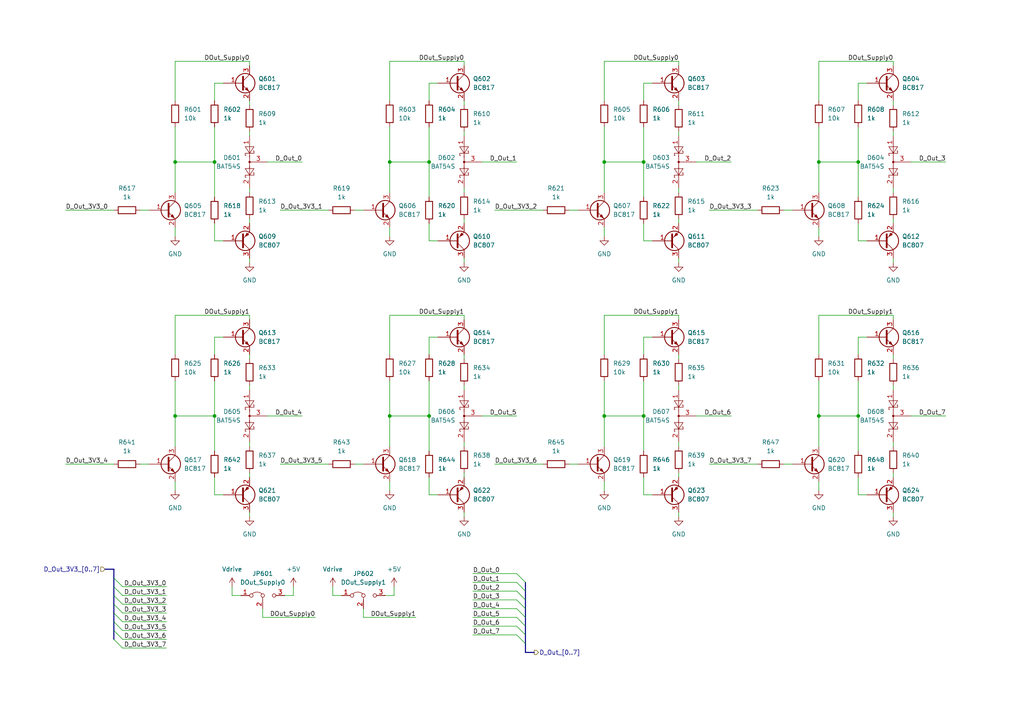
<source format=kicad_sch>
(kicad_sch (version 20230121) (generator eeschema)
  (paper "A4")
  (junction (at 50.8 120.65))
  (junction (at 124.46 46.99))
  (junction (at 237.49 120.65))
  (junction (at 248.92 120.65))
  (junction (at 50.8 46.99))
  (junction (at 124.46 120.65))
  (junction (at 175.26 120.65))
  (junction (at 62.23 46.99))
  (junction (at 62.23 120.65))
  (junction (at 248.92 46.99))
  (junction (at 186.69 46.99))
  (junction (at 175.26 46.99))
  (junction (at 186.69 120.65))
  (junction (at 113.03 46.99))
  (junction (at 237.49 46.99))
  (junction (at 113.03 120.65))
  (bus_entry (at 149.86 173.99) (size 2.54 2.54))
  (bus_entry (at 149.86 168.91) (size 2.54 2.54))
  (bus_entry (at 149.86 181.61) (size 2.54 2.54))
  (bus_entry (at 149.86 184.15) (size 2.54 2.54))
  (bus_entry (at 149.86 176.53) (size 2.54 2.54))
  (bus_entry (at 149.86 166.37) (size 2.54 2.54))
  (bus_entry (at 149.86 179.07) (size 2.54 2.54))
  (bus_entry (at 35.56 185.42) (size -2.54 -2.54))
  (bus_entry (at 35.56 182.88) (size -2.54 -2.54))
  (bus_entry (at 35.56 187.96) (size -2.54 -2.54))
  (bus_entry (at 35.56 177.8) (size -2.54 -2.54))
  (bus_entry (at 35.56 180.34) (size -2.54 -2.54))
  (bus_entry (at 35.56 170.18) (size -2.54 -2.54))
  (bus_entry (at 35.56 172.72) (size -2.54 -2.54))
  (bus_entry (at 35.56 175.26) (size -2.54 -2.54))
  (bus_entry (at 149.86 171.45) (size 2.54 2.54))
  (wire (pts (xy 96.52 172.72) (xy 99.06 172.72)))
  (wire (pts (xy 134.62 29.21) (xy 134.62 30.48)))
  (wire (pts (xy 50.8 36.83) (xy 50.8 46.99)))
  (wire (pts (xy 124.46 36.83) (xy 124.46 46.99)))
  (wire (pts (xy 175.26 46.99) (xy 175.26 55.88)))
  (wire (pts (xy 81.28 60.96) (xy 95.25 60.96)))
  (wire (pts (xy 149.86 176.53) (xy 137.16 176.53)))
  (wire (pts (xy 85.09 172.72) (xy 85.09 170.18)))
  (bus (pts (xy 152.4 173.99) (xy 152.4 176.53)))
  (bus (pts (xy 33.02 177.8) (xy 33.02 175.26)))
  (wire (pts (xy 227.33 134.62) (xy 229.87 134.62)))
  (wire (pts (xy 189.23 143.51) (xy 186.69 143.51)))
  (wire (pts (xy 35.56 180.34) (xy 48.26 180.34)))
  (wire (pts (xy 62.23 97.79) (xy 64.77 97.79)))
  (wire (pts (xy 165.1 60.96) (xy 167.64 60.96)))
  (wire (pts (xy 19.05 134.62) (xy 33.02 134.62)))
  (wire (pts (xy 248.92 29.21) (xy 248.92 24.13)))
  (bus (pts (xy 33.02 170.18) (xy 33.02 167.64)))
  (wire (pts (xy 72.39 74.93) (xy 72.39 76.2)))
  (wire (pts (xy 40.64 134.62) (xy 43.18 134.62)))
  (wire (pts (xy 134.62 148.59) (xy 134.62 149.86)))
  (wire (pts (xy 50.8 120.65) (xy 62.23 120.65)))
  (wire (pts (xy 105.41 179.07) (xy 120.65 179.07)))
  (wire (pts (xy 113.03 46.99) (xy 124.46 46.99)))
  (wire (pts (xy 72.39 148.59) (xy 72.39 149.86)))
  (wire (pts (xy 196.85 63.5) (xy 196.85 64.77)))
  (wire (pts (xy 113.03 17.78) (xy 134.62 17.78)))
  (wire (pts (xy 196.85 137.16) (xy 196.85 138.43)))
  (wire (pts (xy 237.49 91.44) (xy 259.08 91.44)))
  (wire (pts (xy 113.03 29.21) (xy 113.03 17.78)))
  (bus (pts (xy 154.94 189.23) (xy 152.4 189.23)))
  (wire (pts (xy 64.77 69.85) (xy 62.23 69.85)))
  (wire (pts (xy 124.46 69.85) (xy 124.46 64.77)))
  (wire (pts (xy 50.8 110.49) (xy 50.8 120.65)))
  (wire (pts (xy 186.69 24.13) (xy 189.23 24.13)))
  (wire (pts (xy 175.26 17.78) (xy 196.85 17.78)))
  (wire (pts (xy 186.69 110.49) (xy 186.69 120.65)))
  (wire (pts (xy 134.62 54.61) (xy 134.62 55.88)))
  (wire (pts (xy 196.85 102.87) (xy 196.85 104.14)))
  (wire (pts (xy 186.69 143.51) (xy 186.69 138.43)))
  (wire (pts (xy 264.16 120.65) (xy 274.32 120.65)))
  (wire (pts (xy 72.39 102.87) (xy 72.39 104.14)))
  (wire (pts (xy 127 143.51) (xy 124.46 143.51)))
  (wire (pts (xy 237.49 120.65) (xy 248.92 120.65)))
  (wire (pts (xy 149.86 179.07) (xy 137.16 179.07)))
  (wire (pts (xy 237.49 66.04) (xy 237.49 68.58)))
  (wire (pts (xy 237.49 120.65) (xy 237.49 129.54)))
  (wire (pts (xy 227.33 60.96) (xy 229.87 60.96)))
  (wire (pts (xy 62.23 24.13) (xy 64.77 24.13)))
  (bus (pts (xy 33.02 172.72) (xy 33.02 170.18)))
  (wire (pts (xy 201.93 46.99) (xy 212.09 46.99)))
  (wire (pts (xy 35.56 175.26) (xy 48.26 175.26)))
  (wire (pts (xy 62.23 29.21) (xy 62.23 24.13)))
  (wire (pts (xy 196.85 148.59) (xy 196.85 149.86)))
  (wire (pts (xy 113.03 110.49) (xy 113.03 120.65)))
  (wire (pts (xy 259.08 102.87) (xy 259.08 104.14)))
  (wire (pts (xy 175.26 139.7) (xy 175.26 142.24)))
  (wire (pts (xy 196.85 128.27) (xy 196.85 129.54)))
  (wire (pts (xy 62.23 120.65) (xy 62.23 130.81)))
  (wire (pts (xy 124.46 24.13) (xy 127 24.13)))
  (wire (pts (xy 72.39 91.44) (xy 72.39 92.71)))
  (wire (pts (xy 50.8 66.04) (xy 50.8 68.58)))
  (wire (pts (xy 102.87 60.96) (xy 105.41 60.96)))
  (wire (pts (xy 124.46 120.65) (xy 124.46 130.81)))
  (wire (pts (xy 72.39 137.16) (xy 72.39 138.43)))
  (wire (pts (xy 259.08 63.5) (xy 259.08 64.77)))
  (wire (pts (xy 62.23 102.87) (xy 62.23 97.79)))
  (wire (pts (xy 264.16 46.99) (xy 274.32 46.99)))
  (wire (pts (xy 196.85 91.44) (xy 196.85 92.71)))
  (wire (pts (xy 139.7 120.65) (xy 149.86 120.65)))
  (wire (pts (xy 237.49 139.7) (xy 237.49 142.24)))
  (wire (pts (xy 35.56 170.18) (xy 48.26 170.18)))
  (wire (pts (xy 62.23 69.85) (xy 62.23 64.77)))
  (bus (pts (xy 152.4 186.69) (xy 152.4 189.23)))
  (wire (pts (xy 186.69 97.79) (xy 189.23 97.79)))
  (wire (pts (xy 196.85 54.61) (xy 196.85 55.88)))
  (wire (pts (xy 102.87 134.62) (xy 105.41 134.62)))
  (wire (pts (xy 113.03 120.65) (xy 113.03 129.54)))
  (wire (pts (xy 259.08 148.59) (xy 259.08 149.86)))
  (wire (pts (xy 248.92 97.79) (xy 251.46 97.79)))
  (wire (pts (xy 50.8 46.99) (xy 50.8 55.88)))
  (wire (pts (xy 72.39 63.5) (xy 72.39 64.77)))
  (wire (pts (xy 134.62 38.1) (xy 134.62 39.37)))
  (wire (pts (xy 259.08 137.16) (xy 259.08 138.43)))
  (wire (pts (xy 35.56 187.96) (xy 48.26 187.96)))
  (wire (pts (xy 72.39 54.61) (xy 72.39 55.88)))
  (wire (pts (xy 35.56 182.88) (xy 48.26 182.88)))
  (wire (pts (xy 205.74 134.62) (xy 219.71 134.62)))
  (bus (pts (xy 152.4 181.61) (xy 152.4 184.15)))
  (wire (pts (xy 248.92 120.65) (xy 248.92 130.81)))
  (bus (pts (xy 152.4 176.53) (xy 152.4 179.07)))
  (wire (pts (xy 259.08 17.78) (xy 259.08 19.05)))
  (wire (pts (xy 251.46 69.85) (xy 248.92 69.85)))
  (bus (pts (xy 152.4 179.07) (xy 152.4 181.61)))
  (wire (pts (xy 50.8 139.7) (xy 50.8 142.24)))
  (wire (pts (xy 67.31 170.18) (xy 67.31 172.72)))
  (wire (pts (xy 76.2 179.07) (xy 91.44 179.07)))
  (bus (pts (xy 33.02 175.26) (xy 33.02 172.72)))
  (wire (pts (xy 124.46 110.49) (xy 124.46 120.65)))
  (wire (pts (xy 113.03 66.04) (xy 113.03 68.58)))
  (wire (pts (xy 186.69 46.99) (xy 186.69 57.15)))
  (bus (pts (xy 33.02 185.42) (xy 33.02 182.88)))
  (wire (pts (xy 175.26 120.65) (xy 175.26 129.54)))
  (wire (pts (xy 149.86 181.61) (xy 137.16 181.61)))
  (wire (pts (xy 62.23 110.49) (xy 62.23 120.65)))
  (wire (pts (xy 196.85 74.93) (xy 196.85 76.2)))
  (wire (pts (xy 237.49 46.99) (xy 248.92 46.99)))
  (wire (pts (xy 139.7 46.99) (xy 149.86 46.99)))
  (wire (pts (xy 67.31 172.72) (xy 69.85 172.72)))
  (wire (pts (xy 72.39 29.21) (xy 72.39 30.48)))
  (wire (pts (xy 165.1 134.62) (xy 167.64 134.62)))
  (wire (pts (xy 248.92 69.85) (xy 248.92 64.77)))
  (wire (pts (xy 134.62 17.78) (xy 134.62 19.05)))
  (wire (pts (xy 237.49 29.21) (xy 237.49 17.78)))
  (wire (pts (xy 186.69 102.87) (xy 186.69 97.79)))
  (wire (pts (xy 134.62 137.16) (xy 134.62 138.43)))
  (wire (pts (xy 50.8 17.78) (xy 72.39 17.78)))
  (wire (pts (xy 149.86 166.37) (xy 137.16 166.37)))
  (wire (pts (xy 124.46 46.99) (xy 124.46 57.15)))
  (wire (pts (xy 105.41 176.53) (xy 105.41 179.07)))
  (wire (pts (xy 82.55 172.72) (xy 85.09 172.72)))
  (wire (pts (xy 259.08 74.93) (xy 259.08 76.2)))
  (wire (pts (xy 175.26 110.49) (xy 175.26 120.65)))
  (wire (pts (xy 248.92 24.13) (xy 251.46 24.13)))
  (wire (pts (xy 72.39 111.76) (xy 72.39 113.03)))
  (wire (pts (xy 186.69 120.65) (xy 186.69 130.81)))
  (wire (pts (xy 143.51 134.62) (xy 157.48 134.62)))
  (bus (pts (xy 152.4 184.15) (xy 152.4 186.69)))
  (bus (pts (xy 152.4 171.45) (xy 152.4 173.99)))
  (wire (pts (xy 64.77 143.51) (xy 62.23 143.51)))
  (wire (pts (xy 175.26 36.83) (xy 175.26 46.99)))
  (wire (pts (xy 50.8 29.21) (xy 50.8 17.78)))
  (wire (pts (xy 72.39 17.78) (xy 72.39 19.05)))
  (wire (pts (xy 40.64 60.96) (xy 43.18 60.96)))
  (wire (pts (xy 196.85 111.76) (xy 196.85 113.03)))
  (wire (pts (xy 149.86 184.15) (xy 137.16 184.15)))
  (wire (pts (xy 259.08 29.21) (xy 259.08 30.48)))
  (wire (pts (xy 113.03 91.44) (xy 134.62 91.44)))
  (wire (pts (xy 50.8 46.99) (xy 62.23 46.99)))
  (wire (pts (xy 259.08 128.27) (xy 259.08 129.54)))
  (wire (pts (xy 237.49 102.87) (xy 237.49 91.44)))
  (wire (pts (xy 175.26 29.21) (xy 175.26 17.78)))
  (wire (pts (xy 259.08 111.76) (xy 259.08 113.03)))
  (wire (pts (xy 186.69 29.21) (xy 186.69 24.13)))
  (bus (pts (xy 152.4 168.91) (xy 152.4 171.45)))
  (bus (pts (xy 30.48 165.1) (xy 33.02 165.1)))
  (wire (pts (xy 248.92 46.99) (xy 248.92 57.15)))
  (wire (pts (xy 96.52 170.18) (xy 96.52 172.72)))
  (wire (pts (xy 134.62 128.27) (xy 134.62 129.54)))
  (wire (pts (xy 113.03 36.83) (xy 113.03 46.99)))
  (wire (pts (xy 50.8 102.87) (xy 50.8 91.44)))
  (wire (pts (xy 149.86 168.91) (xy 137.16 168.91)))
  (wire (pts (xy 237.49 46.99) (xy 237.49 55.88)))
  (wire (pts (xy 237.49 17.78) (xy 259.08 17.78)))
  (wire (pts (xy 72.39 128.27) (xy 72.39 129.54)))
  (wire (pts (xy 19.05 60.96) (xy 33.02 60.96)))
  (wire (pts (xy 35.56 177.8) (xy 48.26 177.8)))
  (wire (pts (xy 62.23 143.51) (xy 62.23 138.43)))
  (wire (pts (xy 175.26 66.04) (xy 175.26 68.58)))
  (wire (pts (xy 248.92 102.87) (xy 248.92 97.79)))
  (wire (pts (xy 127 69.85) (xy 124.46 69.85)))
  (wire (pts (xy 124.46 102.87) (xy 124.46 97.79)))
  (wire (pts (xy 259.08 54.61) (xy 259.08 55.88)))
  (wire (pts (xy 189.23 69.85) (xy 186.69 69.85)))
  (wire (pts (xy 186.69 69.85) (xy 186.69 64.77)))
  (wire (pts (xy 201.93 120.65) (xy 212.09 120.65)))
  (wire (pts (xy 50.8 120.65) (xy 50.8 129.54)))
  (wire (pts (xy 134.62 111.76) (xy 134.62 113.03)))
  (wire (pts (xy 124.46 29.21) (xy 124.46 24.13)))
  (wire (pts (xy 248.92 143.51) (xy 248.92 138.43)))
  (wire (pts (xy 35.56 172.72) (xy 48.26 172.72)))
  (wire (pts (xy 175.26 91.44) (xy 196.85 91.44)))
  (wire (pts (xy 237.49 110.49) (xy 237.49 120.65)))
  (wire (pts (xy 205.74 60.96) (xy 219.71 60.96)))
  (wire (pts (xy 149.86 173.99) (xy 137.16 173.99)))
  (wire (pts (xy 186.69 36.83) (xy 186.69 46.99)))
  (wire (pts (xy 259.08 38.1) (xy 259.08 39.37)))
  (wire (pts (xy 62.23 36.83) (xy 62.23 46.99)))
  (wire (pts (xy 113.03 139.7) (xy 113.03 142.24)))
  (wire (pts (xy 196.85 17.78) (xy 196.85 19.05)))
  (wire (pts (xy 175.26 46.99) (xy 186.69 46.99)))
  (wire (pts (xy 196.85 29.21) (xy 196.85 30.48)))
  (wire (pts (xy 259.08 91.44) (xy 259.08 92.71)))
  (wire (pts (xy 77.47 46.99) (xy 87.63 46.99)))
  (wire (pts (xy 134.62 63.5) (xy 134.62 64.77)))
  (wire (pts (xy 248.92 36.83) (xy 248.92 46.99)))
  (wire (pts (xy 113.03 102.87) (xy 113.03 91.44)))
  (wire (pts (xy 196.85 38.1) (xy 196.85 39.37)))
  (wire (pts (xy 114.3 172.72) (xy 114.3 170.18)))
  (wire (pts (xy 50.8 91.44) (xy 72.39 91.44)))
  (wire (pts (xy 113.03 46.99) (xy 113.03 55.88)))
  (bus (pts (xy 33.02 182.88) (xy 33.02 180.34)))
  (wire (pts (xy 134.62 102.87) (xy 134.62 104.14)))
  (wire (pts (xy 134.62 74.93) (xy 134.62 76.2)))
  (wire (pts (xy 143.51 60.96) (xy 157.48 60.96)))
  (wire (pts (xy 35.56 185.42) (xy 48.26 185.42)))
  (wire (pts (xy 76.2 176.53) (xy 76.2 179.07)))
  (wire (pts (xy 77.47 120.65) (xy 87.63 120.65)))
  (wire (pts (xy 111.76 172.72) (xy 114.3 172.72)))
  (wire (pts (xy 134.62 91.44) (xy 134.62 92.71)))
  (wire (pts (xy 175.26 102.87) (xy 175.26 91.44)))
  (bus (pts (xy 33.02 167.64) (xy 33.02 165.1)))
  (wire (pts (xy 124.46 143.51) (xy 124.46 138.43)))
  (wire (pts (xy 237.49 36.83) (xy 237.49 46.99)))
  (wire (pts (xy 175.26 120.65) (xy 186.69 120.65)))
  (wire (pts (xy 251.46 143.51) (xy 248.92 143.51)))
  (wire (pts (xy 72.39 38.1) (xy 72.39 39.37)))
  (wire (pts (xy 113.03 120.65) (xy 124.46 120.65)))
  (wire (pts (xy 62.23 46.99) (xy 62.23 57.15)))
  (wire (pts (xy 81.28 134.62) (xy 95.25 134.62)))
  (wire (pts (xy 124.46 97.79) (xy 127 97.79)))
  (bus (pts (xy 33.02 180.34) (xy 33.02 177.8)))
  (wire (pts (xy 248.92 110.49) (xy 248.92 120.65)))
  (wire (pts (xy 149.86 171.45) (xy 137.16 171.45)))
  (label "D_Out_3V3_0" (at 19.05 60.96 0))
  (label "D_Out_3V3_1" (at 48.26 172.72 180))
  (label "DOut_Supply1" (at 259.08 91.44 180))
  (label "D_Out_2" (at 212.09 46.99 180))
  (label "D_Out_3V3_2" (at 48.26 175.26 180))
  (label "D_Out_0" (at 87.63 46.99 180))
  (label "DOut_Supply0" (at 134.62 17.78 180))
  (label "D_Out_5" (at 149.86 120.65 180))
  (label "D_Out_4" (at 87.63 120.65 180))
  (label "DOut_Supply0" (at 72.39 17.78 180))
  (label "D_Out_6" (at 137.16 181.61 0))
  (label "D_Out_3" (at 274.32 46.99 180))
  (label "D_Out_4" (at 137.16 176.53 0))
  (label "DOut_Supply1" (at 134.62 91.44 180))
  (label "D_Out_3V3_7" (at 48.26 187.96 180))
  (label "D_Out_7" (at 274.32 120.65 180))
  (label "D_Out_3V3_6" (at 48.26 185.42 180))
  (label "DOut_Supply0" (at 259.08 17.78 180))
  (label "DOut_Supply0" (at 196.85 17.78 180))
  (label "D_Out_3V3_0" (at 48.26 170.18 180))
  (label "D_Out_3V3_3" (at 205.74 60.96 0))
  (label "D_Out_1" (at 137.16 168.91 0))
  (label "DOut_Supply1" (at 120.65 179.07 180))
  (label "D_Out_3V3_4" (at 19.05 134.62 0))
  (label "D_Out_3V3_1" (at 81.28 60.96 0))
  (label "D_Out_1" (at 149.86 46.99 180))
  (label "D_Out_3V3_3" (at 48.26 177.8 180))
  (label "D_Out_0" (at 137.16 166.37 0))
  (label "D_Out_3V3_5" (at 48.26 182.88 180))
  (label "D_Out_7" (at 137.16 184.15 0))
  (label "D_Out_3V3_7" (at 205.74 134.62 0))
  (label "D_Out_3V3_5" (at 81.28 134.62 0))
  (label "DOut_Supply1" (at 196.85 91.44 180))
  (label "D_Out_3V3_2" (at 143.51 60.96 0))
  (label "D_Out_3" (at 137.16 173.99 0))
  (label "D_Out_6" (at 212.09 120.65 180))
  (label "D_Out_3V3_6" (at 143.51 134.62 0))
  (label "D_Out_3V3_4" (at 48.26 180.34 180))
  (label "DOut_Supply1" (at 72.39 91.44 180))
  (label "DOut_Supply0" (at 91.44 179.07 180))
  (label "D_Out_5" (at 137.16 179.07 0))
  (label "D_Out_2" (at 137.16 171.45 0))
  (hierarchical_label "D_Out_3V3_[0..7]" (shape input) (at 30.48 165.1 180))
  (hierarchical_label "D_Out_[0..7]" (shape output) (at 154.94 189.23 0))
  (symbol (lib_id "Device:R") (at 72.39 34.29 0) (unit 1)
    (property "Reference" "R609" (at 74.93 33.0199 0) (effects (justify left)))
    (property "Value" "1k" (at 74.93 35.5599 0) (effects (justify left)))
    (property "Footprint" "Resistor_SMD:R_0603_1608Metric" (effects hide))
    (instances (project "Sensor_Board" (path "" (reference "R609") (unit 1))) (project "FT22_VCU_Konzept" (path "" (reference "R64") (unit 1))))
  )
  (symbol (lib_id "FaSTTUBe_PnP:BC807") (at 69.85 143.51 0) (mirror x) (unit 1)
    (property "Reference" "Q621" (at 74.93 142.2399 0) (effects (justify left)))
    (property "Value" "BC807" (at 74.93 144.7799 0) (effects (justify left)))
    (property "Footprint" "Package_TO_SOT_SMD:SOT-23" (effects hide))
    (property "Datasheet" "https://www.onsemi.com/pub/Collateral/BC808-D.pdf" (effects hide))
    (instances (project "Sensor_Board" (path "" (reference "Q621") (unit 1))) (project "FT22_VCU_Konzept" (path "" (reference "Q25") (unit 1))))
  )
  (symbol (lib_id "Device:R") (at 124.46 60.96 0) (unit 1)
    (property "Reference" "R620" (at 127 59.6899 0) (effects (justify left)))
    (property "Value" "1k" (at 127 62.2299 0) (effects (justify left)))
    (property "Footprint" "Resistor_SMD:R_0603_1608Metric" (effects hide))
    (instances (project "Sensor_Board" (path "" (reference "R620") (unit 1))) (project "FT22_VCU_Konzept" (path "" (reference "R75") (unit 1))))
  )
  (symbol (lib_id "Device:R") (at 124.46 106.68 0) (unit 1)
    (property "Reference" "R628" (at 127 105.4099 0) (effects (justify left)))
    (property "Value" "1k" (at 127 107.9499 0) (effects (justify left)))
    (property "Footprint" "Resistor_SMD:R_0603_1608Metric" (effects hide))
    (instances (project "Sensor_Board" (path "" (reference "R628") (unit 1))) (project "FT22_VCU_Konzept" (path "" (reference "R83") (unit 1))))
  )
  (symbol (lib_id "power:GND") (at 175.26 68.58 0) (unit 1)
    (property "Reference" "#PWR0603" (effects hide))
    (property "Value" "GND" (at 175.26 73.66 0))
    (instances (project "Sensor_Board" (path "" (reference "#PWR0603") (unit 1))) (project "FT22_VCU_Konzept" (path "" (reference "#PWR0159") (unit 1))))
  )
  (symbol (lib_id "Device:R") (at 99.06 134.62 90) (unit 1)
    (property "Reference" "R643" (at 99.06 128.27 90))
    (property "Value" "1k" (at 99.06 130.81 90))
    (property "Footprint" "Resistor_SMD:R_0603_1608Metric" (effects hide))
    (instances (project "Sensor_Board" (path "" (reference "R643") (unit 1))) (project "FT22_VCU_Konzept" (path "" (reference "R98") (unit 1))))
  )
  (symbol (lib_id "Device:R") (at 259.08 107.95 0) (unit 1)
    (property "Reference" "R636" (at 261.62 106.6799 0) (effects (justify left)))
    (property "Value" "1k" (at 261.62 109.2199 0) (effects (justify left)))
    (property "Footprint" "Resistor_SMD:R_0603_1608Metric" (effects hide))
    (instances (project "Sensor_Board" (path "" (reference "R636") (unit 1))) (project "FT22_VCU_Konzept" (path "" (reference "R91") (unit 1))))
  )
  (symbol (lib_id "FaSTTUBe_PnP:BC817") (at 69.85 97.79 0) (unit 1)
    (property "Reference" "Q613" (at 74.93 96.5199 0) (effects (justify left)))
    (property "Value" "BC817" (at 74.93 99.0599 0) (effects (justify left)))
    (property "Footprint" "Package_TO_SOT_SMD:SOT-23" (effects hide))
    (property "Datasheet" "https://www.onsemi.com/pub/Collateral/BC818-D.pdf" (effects hide))
    (instances (project "Sensor_Board" (path "" (reference "Q613") (unit 1))) (project "FT22_VCU_Konzept" (path "" (reference "Q17") (unit 1))))
  )
  (symbol (lib_id "Device:R") (at 50.8 33.02 0) (unit 1)
    (property "Reference" "R601" (at 53.34 31.7499 0) (effects (justify left)))
    (property "Value" "10k" (at 53.34 34.2899 0) (effects (justify left)))
    (property "Footprint" "Resistor_SMD:R_0603_1608Metric" (effects hide))
    (instances (project "Sensor_Board" (path "" (reference "R601") (unit 1))) (project "FT22_VCU_Konzept" (path "" (reference "R56") (unit 1))))
  )
  (symbol (lib_id "Device:R") (at 36.83 60.96 90) (unit 1)
    (property "Reference" "R617" (at 36.83 54.61 90))
    (property "Value" "1k" (at 36.83 57.15 90))
    (property "Footprint" "Resistor_SMD:R_0603_1608Metric" (effects hide))
    (instances (project "Sensor_Board" (path "" (reference "R617") (unit 1))) (project "FT22_VCU_Konzept" (path "" (reference "R72") (unit 1))))
  )
  (symbol (lib_id "FaSTTUBe_PnP:BC817") (at 132.08 24.13 0) (unit 1)
    (property "Reference" "Q602" (at 137.16 22.8599 0) (effects (justify left)))
    (property "Value" "BC817" (at 137.16 25.3999 0) (effects (justify left)))
    (property "Footprint" "Package_TO_SOT_SMD:SOT-23" (effects hide))
    (property "Datasheet" "https://www.onsemi.com/pub/Collateral/BC818-D.pdf" (effects hide))
    (instances (project "Sensor_Board" (path "" (reference "Q602") (unit 1))) (project "FT22_VCU_Konzept" (path "" (reference "Q6") (unit 1))))
  )
  (symbol (lib_id "Device:R") (at 175.26 33.02 0) (unit 1)
    (property "Reference" "R605" (at 177.8 31.7499 0) (effects (justify left)))
    (property "Value" "10k" (at 177.8 34.2899 0) (effects (justify left)))
    (property "Footprint" "Resistor_SMD:R_0603_1608Metric" (effects hide))
    (instances (project "Sensor_Board" (path "" (reference "R605") (unit 1))) (project "FT22_VCU_Konzept" (path "" (reference "R60") (unit 1))))
  )
  (symbol (lib_id "Jumper:Jumper_3_Bridged12") (at 76.2 172.72 0) (unit 1)
    (property "Reference" "JP601" (at 76.2 166.37 0))
    (property "Value" "DOut_Supply0" (at 76.2 168.91 0))
    (property "Footprint" "Connector_PinHeader_2.54mm:PinHeader_1x03_P2.54mm_Vertical" (effects hide))
    (instances (project "Sensor_Board" (path "" (reference "JP601") (unit 1))) (project "FT22_VCU_Konzept" (path "" (reference "JP4") (unit 1))))
  )
  (symbol (lib_id "Device:R") (at 161.29 134.62 90) (unit 1)
    (property "Reference" "R645" (at 161.29 128.27 90))
    (property "Value" "1k" (at 161.29 130.81 90))
    (property "Footprint" "Resistor_SMD:R_0603_1608Metric" (effects hide))
    (instances (project "Sensor_Board" (path "" (reference "R645") (unit 1))) (project "FT22_VCU_Konzept" (path "" (reference "R100") (unit 1))))
  )
  (symbol (lib_id "Device:R") (at 186.69 134.62 0) (unit 1)
    (property "Reference" "R646" (at 189.23 133.3499 0) (effects (justify left)))
    (property "Value" "1k" (at 189.23 135.8899 0) (effects (justify left)))
    (property "Footprint" "Resistor_SMD:R_0603_1608Metric" (effects hide))
    (instances (project "Sensor_Board" (path "" (reference "R646") (unit 1))) (project "FT22_VCU_Konzept" (path "" (reference "R101") (unit 1))))
  )
  (symbol (lib_id "Jumper:Jumper_3_Bridged12") (at 105.41 172.72 0) (unit 1)
    (property "Reference" "JP602" (at 105.41 166.37 0))
    (property "Value" "DOut_Supply1" (at 105.41 168.91 0))
    (property "Footprint" "Connector_PinHeader_2.54mm:PinHeader_1x03_P2.54mm_Vertical" (effects hide))
    (instances (project "Sensor_Board" (path "" (reference "JP602") (unit 1))) (project "FT22_VCU_Konzept" (path "" (reference "JP5") (unit 1))))
  )
  (symbol (lib_id "Device:R") (at 62.23 33.02 0) (unit 1)
    (property "Reference" "R602" (at 64.77 31.7499 0) (effects (justify left)))
    (property "Value" "1k" (at 64.77 34.2899 0) (effects (justify left)))
    (property "Footprint" "Resistor_SMD:R_0603_1608Metric" (effects hide))
    (instances (project "Sensor_Board" (path "" (reference "R602") (unit 1))) (project "FT22_VCU_Konzept" (path "" (reference "R57") (unit 1))))
  )
  (symbol (lib_id "FaSTTUBe_PnP:BC817") (at 194.31 97.79 0) (unit 1)
    (property "Reference" "Q615" (at 199.39 96.5199 0) (effects (justify left)))
    (property "Value" "BC817" (at 199.39 99.0599 0) (effects (justify left)))
    (property "Footprint" "Package_TO_SOT_SMD:SOT-23" (effects hide))
    (property "Datasheet" "https://www.onsemi.com/pub/Collateral/BC818-D.pdf" (effects hide))
    (instances (project "Sensor_Board" (path "" (reference "Q615") (unit 1))) (project "FT22_VCU_Konzept" (path "" (reference "Q19") (unit 1))))
  )
  (symbol (lib_id "power:GND") (at 237.49 142.24 0) (unit 1)
    (property "Reference" "#PWR0612" (effects hide))
    (property "Value" "GND" (at 237.49 147.32 0))
    (instances (project "Sensor_Board" (path "" (reference "#PWR0612") (unit 1))) (project "FT22_VCU_Konzept" (path "" (reference "#PWR0168") (unit 1))))
  )
  (symbol (lib_id "Device:R") (at 161.29 60.96 90) (unit 1)
    (property "Reference" "R621" (at 161.29 54.61 90))
    (property "Value" "1k" (at 161.29 57.15 90))
    (property "Footprint" "Resistor_SMD:R_0603_1608Metric" (effects hide))
    (instances (project "Sensor_Board" (path "" (reference "R621") (unit 1))) (project "FT22_VCU_Konzept" (path "" (reference "R76") (unit 1))))
  )
  (symbol (lib_id "FaSTTUBe_PnP:BAT54S") (at 196.85 46.99 90) (mirror x) (unit 1)
    (property "Reference" "D603" (at 194.31 45.7199 90) (effects (justify left)))
    (property "Value" "BAT54S" (at 194.31 48.2599 90) (effects (justify left)))
    (property "Footprint" "Package_TO_SOT_SMD:SOT-23" (effects hide))
    (property "Datasheet" "https://www.diodes.com/assets/Datasheets/ds11005.pdf" (effects hide))
    (instances (project "Sensor_Board" (path "" (reference "D603") (unit 1))) (project "FT22_VCU_Konzept" (path "" (reference "D36") (unit 1))))
  )
  (symbol (lib_id "Device:R") (at 62.23 106.68 0) (unit 1)
    (property "Reference" "R626" (at 64.77 105.4099 0) (effects (justify left)))
    (property "Value" "1k" (at 64.77 107.9499 0) (effects (justify left)))
    (property "Footprint" "Resistor_SMD:R_0603_1608Metric" (effects hide))
    (instances (project "Sensor_Board" (path "" (reference "R626") (unit 1))) (project "FT22_VCU_Konzept" (path "" (reference "R81") (unit 1))))
  )
  (symbol (lib_id "Device:R") (at 248.92 106.68 0) (unit 1)
    (property "Reference" "R632" (at 251.46 105.4099 0) (effects (justify left)))
    (property "Value" "1k" (at 251.46 107.9499 0) (effects (justify left)))
    (property "Footprint" "Resistor_SMD:R_0603_1608Metric" (effects hide))
    (instances (project "Sensor_Board" (path "" (reference "R632") (unit 1))) (project "FT22_VCU_Konzept" (path "" (reference "R87") (unit 1))))
  )
  (symbol (lib_id "FaSTTUBe_PnP:BC817") (at 132.08 97.79 0) (unit 1)
    (property "Reference" "Q614" (at 137.16 96.5199 0) (effects (justify left)))
    (property "Value" "BC817" (at 137.16 99.0599 0) (effects (justify left)))
    (property "Footprint" "Package_TO_SOT_SMD:SOT-23" (effects hide))
    (property "Datasheet" "https://www.onsemi.com/pub/Collateral/BC818-D.pdf" (effects hide))
    (instances (project "Sensor_Board" (path "" (reference "Q614") (unit 1))) (project "FT22_VCU_Konzept" (path "" (reference "Q18") (unit 1))))
  )
  (symbol (lib_id "power:GND") (at 237.49 68.58 0) (unit 1)
    (property "Reference" "#PWR0604" (effects hide))
    (property "Value" "GND" (at 237.49 73.66 0))
    (instances (project "Sensor_Board" (path "" (reference "#PWR0604") (unit 1))) (project "FT22_VCU_Konzept" (path "" (reference "#PWR0160") (unit 1))))
  )
  (symbol (lib_id "Device:R") (at 113.03 33.02 0) (unit 1)
    (property "Reference" "R603" (at 115.57 31.7499 0) (effects (justify left)))
    (property "Value" "10k" (at 115.57 34.2899 0) (effects (justify left)))
    (property "Footprint" "Resistor_SMD:R_0603_1608Metric" (effects hide))
    (instances (project "Sensor_Board" (path "" (reference "R603") (unit 1))) (project "FT22_VCU_Konzept" (path "" (reference "R58") (unit 1))))
  )
  (symbol (lib_id "FaSTTUBe_PnP:BAT54S") (at 72.39 120.65 90) (mirror x) (unit 1)
    (property "Reference" "D605" (at 69.85 119.3799 90) (effects (justify left)))
    (property "Value" "BAT54S" (at 69.85 121.9199 90) (effects (justify left)))
    (property "Footprint" "Package_TO_SOT_SMD:SOT-23" (effects hide))
    (property "Datasheet" "https://www.diodes.com/assets/Datasheets/ds11005.pdf" (effects hide))
    (instances (project "Sensor_Board" (path "" (reference "D605") (unit 1))) (project "FT22_VCU_Konzept" (path "" (reference "D38") (unit 1))))
  )
  (symbol (lib_id "Device:R") (at 62.23 134.62 0) (unit 1)
    (property "Reference" "R642" (at 64.77 133.3499 0) (effects (justify left)))
    (property "Value" "1k" (at 64.77 135.8899 0) (effects (justify left)))
    (property "Footprint" "Resistor_SMD:R_0603_1608Metric" (effects hide))
    (instances (project "Sensor_Board" (path "" (reference "R642") (unit 1))) (project "FT22_VCU_Konzept" (path "" (reference "R97") (unit 1))))
  )
  (symbol (lib_id "FaSTTUBe_PnP:BAT54S") (at 134.62 46.99 90) (mirror x) (unit 1)
    (property "Reference" "D602" (at 132.08 45.7199 90) (effects (justify left)))
    (property "Value" "BAT54S" (at 132.08 48.2599 90) (effects (justify left)))
    (property "Footprint" "Package_TO_SOT_SMD:SOT-23" (effects hide))
    (property "Datasheet" "https://www.diodes.com/assets/Datasheets/ds11005.pdf" (effects hide))
    (instances (project "Sensor_Board" (path "" (reference "D602") (unit 1))) (project "FT22_VCU_Konzept" (path "" (reference "D35") (unit 1))))
  )
  (symbol (lib_id "power:GND") (at 134.62 149.86 0) (unit 1)
    (property "Reference" "#PWR0614" (effects hide))
    (property "Value" "GND" (at 134.62 154.94 0))
    (instances (project "Sensor_Board" (path "" (reference "#PWR0614") (unit 1))) (project "FT22_VCU_Konzept" (path "" (reference "#PWR0170") (unit 1))))
  )
  (symbol (lib_id "FaSTTUBe_PnP:BC817") (at 256.54 97.79 0) (unit 1)
    (property "Reference" "Q616" (at 261.62 96.5199 0) (effects (justify left)))
    (property "Value" "BC817" (at 261.62 99.0599 0) (effects (justify left)))
    (property "Footprint" "Package_TO_SOT_SMD:SOT-23" (effects hide))
    (property "Datasheet" "https://www.onsemi.com/pub/Collateral/BC818-D.pdf" (effects hide))
    (instances (project "Sensor_Board" (path "" (reference "Q616") (unit 1))) (project "FT22_VCU_Konzept" (path "" (reference "Q20") (unit 1))))
  )
  (symbol (lib_id "FaSTTUBe_PnP:BAT54S") (at 134.62 120.65 90) (mirror x) (unit 1)
    (property "Reference" "D606" (at 132.08 119.3799 90) (effects (justify left)))
    (property "Value" "BAT54S" (at 132.08 121.9199 90) (effects (justify left)))
    (property "Footprint" "Package_TO_SOT_SMD:SOT-23" (effects hide))
    (property "Datasheet" "https://www.diodes.com/assets/Datasheets/ds11005.pdf" (effects hide))
    (instances (project "Sensor_Board" (path "" (reference "D606") (unit 1))) (project "FT22_VCU_Konzept" (path "" (reference "D39") (unit 1))))
  )
  (symbol (lib_id "FaSTTUBe_PnP:BC807") (at 69.85 69.85 0) (mirror x) (unit 1)
    (property "Reference" "Q609" (at 74.93 68.5799 0) (effects (justify left)))
    (property "Value" "BC807" (at 74.93 71.1199 0) (effects (justify left)))
    (property "Footprint" "Package_TO_SOT_SMD:SOT-23" (effects hide))
    (property "Datasheet" "https://www.onsemi.com/pub/Collateral/BC808-D.pdf" (effects hide))
    (instances (project "Sensor_Board" (path "" (reference "Q609") (unit 1))) (project "FT22_VCU_Konzept" (path "" (reference "Q13") (unit 1))))
  )
  (symbol (lib_id "Device:R") (at 72.39 133.35 0) (unit 1)
    (property "Reference" "R637" (at 74.93 132.0799 0) (effects (justify left)))
    (property "Value" "1k" (at 74.93 134.6199 0) (effects (justify left)))
    (property "Footprint" "Resistor_SMD:R_0603_1608Metric" (effects hide))
    (instances (project "Sensor_Board" (path "" (reference "R637") (unit 1))) (project "FT22_VCU_Konzept" (path "" (reference "R92") (unit 1))))
  )
  (symbol (lib_id "Device:R") (at 50.8 106.68 0) (unit 1)
    (property "Reference" "R625" (at 53.34 105.4099 0) (effects (justify left)))
    (property "Value" "10k" (at 53.34 107.9499 0) (effects (justify left)))
    (property "Footprint" "Resistor_SMD:R_0603_1608Metric" (effects hide))
    (instances (project "Sensor_Board" (path "" (reference "R625") (unit 1))) (project "FT22_VCU_Konzept" (path "" (reference "R80") (unit 1))))
  )
  (symbol (lib_id "Device:R") (at 237.49 106.68 0) (unit 1)
    (property "Reference" "R631" (at 240.03 105.4099 0) (effects (justify left)))
    (property "Value" "10k" (at 240.03 107.9499 0) (effects (justify left)))
    (property "Footprint" "Resistor_SMD:R_0603_1608Metric" (effects hide))
    (instances (project "Sensor_Board" (path "" (reference "R631") (unit 1))) (project "FT22_VCU_Konzept" (path "" (reference "R86") (unit 1))))
  )
  (symbol (lib_id "FaSTTUBe_PnP:BAT54S") (at 72.39 46.99 90) (mirror x) (unit 1)
    (property "Reference" "D601" (at 69.85 45.7199 90) (effects (justify left)))
    (property "Value" "BAT54S" (at 69.85 48.2599 90) (effects (justify left)))
    (property "Footprint" "Package_TO_SOT_SMD:SOT-23" (effects hide))
    (property "Datasheet" "https://www.diodes.com/assets/Datasheets/ds11005.pdf" (effects hide))
    (instances (project "Sensor_Board" (path "" (reference "D601") (unit 1))) (project "FT22_VCU_Konzept" (path "" (reference "D34") (unit 1))))
  )
  (symbol (lib_id "Device:R") (at 259.08 59.69 0) (unit 1)
    (property "Reference" "R616" (at 261.62 58.4199 0) (effects (justify left)))
    (property "Value" "1k" (at 261.62 60.9599 0) (effects (justify left)))
    (property "Footprint" "Resistor_SMD:R_0603_1608Metric" (effects hide))
    (instances (project "Sensor_Board" (path "" (reference "R616") (unit 1))) (project "FT22_VCU_Konzept" (path "" (reference "R71") (unit 1))))
  )
  (symbol (lib_id "FaSTTUBe_PnP:BC807") (at 256.54 69.85 0) (mirror x) (unit 1)
    (property "Reference" "Q612" (at 261.62 68.5799 0) (effects (justify left)))
    (property "Value" "BC807" (at 261.62 71.1199 0) (effects (justify left)))
    (property "Footprint" "Package_TO_SOT_SMD:SOT-23" (effects hide))
    (property "Datasheet" "https://www.onsemi.com/pub/Collateral/BC808-D.pdf" (effects hide))
    (instances (project "Sensor_Board" (path "" (reference "Q612") (unit 1))) (project "FT22_VCU_Konzept" (path "" (reference "Q16") (unit 1))))
  )
  (symbol (lib_id "Device:R") (at 72.39 59.69 0) (unit 1)
    (property "Reference" "R613" (at 74.93 58.4199 0) (effects (justify left)))
    (property "Value" "1k" (at 74.93 60.9599 0) (effects (justify left)))
    (property "Footprint" "Resistor_SMD:R_0603_1608Metric" (effects hide))
    (instances (project "Sensor_Board" (path "" (reference "R613") (unit 1))) (project "FT22_VCU_Konzept" (path "" (reference "R68") (unit 1))))
  )
  (symbol (lib_id "power:GND") (at 259.08 76.2 0) (unit 1)
    (property "Reference" "#PWR0608" (effects hide))
    (property "Value" "GND" (at 259.08 81.28 0))
    (instances (project "Sensor_Board" (path "" (reference "#PWR0608") (unit 1))) (project "FT22_VCU_Konzept" (path "" (reference "#PWR0164") (unit 1))))
  )
  (symbol (lib_id "Device:R") (at 259.08 133.35 0) (unit 1)
    (property "Reference" "R640" (at 261.62 132.0799 0) (effects (justify left)))
    (property "Value" "1k" (at 261.62 134.6199 0) (effects (justify left)))
    (property "Footprint" "Resistor_SMD:R_0603_1608Metric" (effects hide))
    (instances (project "Sensor_Board" (path "" (reference "R640") (unit 1))) (project "FT22_VCU_Konzept" (path "" (reference "R95") (unit 1))))
  )
  (symbol (lib_id "FaSTTUBe_PnP:BC807") (at 132.08 69.85 0) (mirror x) (unit 1)
    (property "Reference" "Q610" (at 137.16 68.5799 0) (effects (justify left)))
    (property "Value" "BC807" (at 137.16 71.1199 0) (effects (justify left)))
    (property "Footprint" "Package_TO_SOT_SMD:SOT-23" (effects hide))
    (property "Datasheet" "https://www.onsemi.com/pub/Collateral/BC808-D.pdf" (effects hide))
    (instances (project "Sensor_Board" (path "" (reference "Q610") (unit 1))) (project "FT22_VCU_Konzept" (path "" (reference "Q14") (unit 1))))
  )
  (symbol (lib_id "Device:R") (at 134.62 34.29 0) (unit 1)
    (property "Reference" "R610" (at 137.16 33.0199 0) (effects (justify left)))
    (property "Value" "1k" (at 137.16 35.5599 0) (effects (justify left)))
    (property "Footprint" "Resistor_SMD:R_0603_1608Metric" (effects hide))
    (instances (project "Sensor_Board" (path "" (reference "R610") (unit 1))) (project "FT22_VCU_Konzept" (path "" (reference "R65") (unit 1))))
  )
  (symbol (lib_id "Device:R") (at 196.85 59.69 0) (unit 1)
    (property "Reference" "R615" (at 199.39 58.4199 0) (effects (justify left)))
    (property "Value" "1k" (at 199.39 60.9599 0) (effects (justify left)))
    (property "Footprint" "Resistor_SMD:R_0603_1608Metric" (effects hide))
    (instances (project "Sensor_Board" (path "" (reference "R615") (unit 1))) (project "FT22_VCU_Konzept" (path "" (reference "R70") (unit 1))))
  )
  (symbol (lib_id "FaSTTUBe_PnP:BC817") (at 110.49 60.96 0) (unit 1)
    (property "Reference" "Q606" (at 115.57 59.6899 0) (effects (justify left)))
    (property "Value" "BC817" (at 115.57 62.2299 0) (effects (justify left)))
    (property "Footprint" "Package_TO_SOT_SMD:SOT-23" (effects hide))
    (property "Datasheet" "https://www.onsemi.com/pub/Collateral/BC818-D.pdf" (effects hide))
    (instances (project "Sensor_Board" (path "" (reference "Q606") (unit 1))) (project "FT22_VCU_Konzept" (path "" (reference "Q10") (unit 1))))
  )
  (symbol (lib_id "FaSTTUBe_PnP:BC817") (at 69.85 24.13 0) (unit 1)
    (property "Reference" "Q601" (at 74.93 22.8599 0) (effects (justify left)))
    (property "Value" "BC817" (at 74.93 25.3999 0) (effects (justify left)))
    (property "Footprint" "Package_TO_SOT_SMD:SOT-23" (effects hide))
    (property "Datasheet" "https://www.onsemi.com/pub/Collateral/BC818-D.pdf" (effects hide))
    (instances (project "Sensor_Board" (path "" (reference "Q601") (unit 1))) (project "FT22_VCU_Konzept" (path "" (reference "Q5") (unit 1))))
  )
  (symbol (lib_id "power:GND") (at 72.39 76.2 0) (unit 1)
    (property "Reference" "#PWR0605" (effects hide))
    (property "Value" "GND" (at 72.39 81.28 0))
    (instances (project "Sensor_Board" (path "" (reference "#PWR0605") (unit 1))) (project "FT22_VCU_Konzept" (path "" (reference "#PWR0161") (unit 1))))
  )
  (symbol (lib_id "power:GND") (at 134.62 76.2 0) (unit 1)
    (property "Reference" "#PWR0606" (effects hide))
    (property "Value" "GND" (at 134.62 81.28 0))
    (instances (project "Sensor_Board" (path "" (reference "#PWR0606") (unit 1))) (project "FT22_VCU_Konzept" (path "" (reference "#PWR0162") (unit 1))))
  )
  (symbol (lib_id "power:GND") (at 196.85 149.86 0) (unit 1)
    (property "Reference" "#PWR0615" (effects hide))
    (property "Value" "GND" (at 196.85 154.94 0))
    (instances (project "Sensor_Board" (path "" (reference "#PWR0615") (unit 1))) (project "FT22_VCU_Konzept" (path "" (reference "#PWR0171") (unit 1))))
  )
  (symbol (lib_id "power:GND") (at 196.85 76.2 0) (unit 1)
    (property "Reference" "#PWR0607" (effects hide))
    (property "Value" "GND" (at 196.85 81.28 0))
    (instances (project "Sensor_Board" (path "" (reference "#PWR0607") (unit 1))) (project "FT22_VCU_Konzept" (path "" (reference "#PWR0163") (unit 1))))
  )
  (symbol (lib_id "power:GND") (at 113.03 142.24 0) (unit 1)
    (property "Reference" "#PWR0610" (effects hide))
    (property "Value" "GND" (at 113.03 147.32 0))
    (instances (project "Sensor_Board" (path "" (reference "#PWR0610") (unit 1))) (project "FT22_VCU_Konzept" (path "" (reference "#PWR0166") (unit 1))))
  )
  (symbol (lib_id "FaSTTUBe_PnP:BC817") (at 48.26 60.96 0) (unit 1)
    (property "Reference" "Q605" (at 53.34 59.6899 0) (effects (justify left)))
    (property "Value" "BC817" (at 53.34 62.2299 0) (effects (justify left)))
    (property "Footprint" "Package_TO_SOT_SMD:SOT-23" (effects hide))
    (property "Datasheet" "https://www.onsemi.com/pub/Collateral/BC818-D.pdf" (effects hide))
    (instances (project "Sensor_Board" (path "" (reference "Q605") (unit 1))) (project "FT22_VCU_Konzept" (path "" (reference "Q9") (unit 1))))
  )
  (symbol (lib_id "power:GND") (at 259.08 149.86 0) (unit 1)
    (property "Reference" "#PWR0616" (effects hide))
    (property "Value" "GND" (at 259.08 154.94 0))
    (instances (project "Sensor_Board" (path "" (reference "#PWR0616") (unit 1))) (project "FT22_VCU_Konzept" (path "" (reference "#PWR0172") (unit 1))))
  )
  (symbol (lib_id "Device:R") (at 134.62 107.95 0) (unit 1)
    (property "Reference" "R634" (at 137.16 106.6799 0) (effects (justify left)))
    (property "Value" "1k" (at 137.16 109.2199 0) (effects (justify left)))
    (property "Footprint" "Resistor_SMD:R_0603_1608Metric" (effects hide))
    (instances (project "Sensor_Board" (path "" (reference "R634") (unit 1))) (project "FT22_VCU_Konzept" (path "" (reference "R89") (unit 1))))
  )
  (symbol (lib_id "Device:R") (at 248.92 33.02 0) (unit 1)
    (property "Reference" "R608" (at 251.46 31.7499 0) (effects (justify left)))
    (property "Value" "1k" (at 251.46 34.2899 0) (effects (justify left)))
    (property "Footprint" "Resistor_SMD:R_0603_1608Metric" (effects hide))
    (instances (project "Sensor_Board" (path "" (reference "R608") (unit 1))) (project "FT22_VCU_Konzept" (path "" (reference "R63") (unit 1))))
  )
  (symbol (lib_id "power:+5V") (at 85.09 170.18 0) (unit 1)
    (property "Reference" "#PWR0618" (effects hide))
    (property "Value" "+5V" (at 85.09 165.1 0))
    (instances (project "Sensor_Board" (path "" (reference "#PWR0618") (unit 1))) (project "FT22_VCU_Konzept" (path "" (reference "#PWR0174") (unit 1))))
  )
  (symbol (lib_id "FaSTTUBe_PnP:BC807") (at 132.08 143.51 0) (mirror x) (unit 1)
    (property "Reference" "Q622" (at 137.16 142.2399 0) (effects (justify left)))
    (property "Value" "BC807" (at 137.16 144.7799 0) (effects (justify left)))
    (property "Footprint" "Package_TO_SOT_SMD:SOT-23" (effects hide))
    (property "Datasheet" "https://www.onsemi.com/pub/Collateral/BC808-D.pdf" (effects hide))
    (instances (project "Sensor_Board" (path "" (reference "Q622") (unit 1))) (project "FT22_VCU_Konzept" (path "" (reference "Q26") (unit 1))))
  )
  (symbol (lib_id "Device:R") (at 223.52 134.62 90) (unit 1)
    (property "Reference" "R647" (at 223.52 128.27 90))
    (property "Value" "1k" (at 223.52 130.81 90))
    (property "Footprint" "Resistor_SMD:R_0603_1608Metric" (effects hide))
    (instances (project "Sensor_Board" (path "" (reference "R647") (unit 1))) (project "FT22_VCU_Konzept" (path "" (reference "R102") (unit 1))))
  )
  (symbol (lib_id "power:Vdrive") (at 96.52 170.18 0) (unit 1)
    (property "Reference" "#PWR0619" (effects hide))
    (property "Value" "Vdrive" (at 96.52 165.1 0))
    (instances (project "Sensor_Board" (path "" (reference "#PWR0619") (unit 1))) (project "FT22_VCU_Konzept" (path "" (reference "#PWR0175") (unit 1))))
  )
  (symbol (lib_id "FaSTTUBe_PnP:BC817") (at 110.49 134.62 0) (unit 1)
    (property "Reference" "Q618" (at 115.57 133.3499 0) (effects (justify left)))
    (property "Value" "BC817" (at 115.57 135.8899 0) (effects (justify left)))
    (property "Footprint" "Package_TO_SOT_SMD:SOT-23" (effects hide))
    (property "Datasheet" "https://www.onsemi.com/pub/Collateral/BC818-D.pdf" (effects hide))
    (instances (project "Sensor_Board" (path "" (reference "Q618") (unit 1))) (project "FT22_VCU_Konzept" (path "" (reference "Q22") (unit 1))))
  )
  (symbol (lib_id "Device:R") (at 99.06 60.96 90) (unit 1)
    (property "Reference" "R619" (at 99.06 54.61 90))
    (property "Value" "1k" (at 99.06 57.15 90))
    (property "Footprint" "Resistor_SMD:R_0603_1608Metric" (effects hide))
    (instances (project "Sensor_Board" (path "" (reference "R619") (unit 1))) (project "FT22_VCU_Konzept" (path "" (reference "R74") (unit 1))))
  )
  (symbol (lib_id "Device:R") (at 223.52 60.96 90) (unit 1)
    (property "Reference" "R623" (at 223.52 54.61 90))
    (property "Value" "1k" (at 223.52 57.15 90))
    (property "Footprint" "Resistor_SMD:R_0603_1608Metric" (effects hide))
    (instances (project "Sensor_Board" (path "" (reference "R623") (unit 1))) (project "FT22_VCU_Konzept" (path "" (reference "R78") (unit 1))))
  )
  (symbol (lib_id "FaSTTUBe_PnP:BC807") (at 194.31 143.51 0) (mirror x) (unit 1)
    (property "Reference" "Q623" (at 199.39 142.2399 0) (effects (justify left)))
    (property "Value" "BC807" (at 199.39 144.7799 0) (effects (justify left)))
    (property "Footprint" "Package_TO_SOT_SMD:SOT-23" (effects hide))
    (property "Datasheet" "https://www.onsemi.com/pub/Collateral/BC808-D.pdf" (effects hide))
    (instances (project "Sensor_Board" (path "" (reference "Q623") (unit 1))) (project "FT22_VCU_Konzept" (path "" (reference "Q27") (unit 1))))
  )
  (symbol (lib_id "Device:R") (at 175.26 106.68 0) (unit 1)
    (property "Reference" "R629" (at 177.8 105.4099 0) (effects (justify left)))
    (property "Value" "10k" (at 177.8 107.9499 0) (effects (justify left)))
    (property "Footprint" "Resistor_SMD:R_0603_1608Metric" (effects hide))
    (instances (project "Sensor_Board" (path "" (reference "R629") (unit 1))) (project "FT22_VCU_Konzept" (path "" (reference "R84") (unit 1))))
  )
  (symbol (lib_id "FaSTTUBe_PnP:BC817") (at 234.95 60.96 0) (unit 1)
    (property "Reference" "Q608" (at 240.03 59.6899 0) (effects (justify left)))
    (property "Value" "BC817" (at 240.03 62.2299 0) (effects (justify left)))
    (property "Footprint" "Package_TO_SOT_SMD:SOT-23" (effects hide))
    (property "Datasheet" "https://www.onsemi.com/pub/Collateral/BC818-D.pdf" (effects hide))
    (instances (project "Sensor_Board" (path "" (reference "Q608") (unit 1))) (project "FT22_VCU_Konzept" (path "" (reference "Q12") (unit 1))))
  )
  (symbol (lib_id "power:GND") (at 113.03 68.58 0) (unit 1)
    (property "Reference" "#PWR0602" (effects hide))
    (property "Value" "GND" (at 113.03 73.66 0))
    (instances (project "Sensor_Board" (path "" (reference "#PWR0602") (unit 1))) (project "FT22_VCU_Konzept" (path "" (reference "#PWR0158") (unit 1))))
  )
  (symbol (lib_id "Device:R") (at 248.92 60.96 0) (unit 1)
    (property "Reference" "R624" (at 251.46 59.6899 0) (effects (justify left)))
    (property "Value" "1k" (at 251.46 62.2299 0) (effects (justify left)))
    (property "Footprint" "Resistor_SMD:R_0603_1608Metric" (effects hide))
    (instances (project "Sensor_Board" (path "" (reference "R624") (unit 1))) (project "FT22_VCU_Konzept" (path "" (reference "R79") (unit 1))))
  )
  (symbol (lib_id "Device:R") (at 124.46 134.62 0) (unit 1)
    (property "Reference" "R644" (at 127 133.3499 0) (effects (justify left)))
    (property "Value" "1k" (at 127 135.8899 0) (effects (justify left)))
    (property "Footprint" "Resistor_SMD:R_0603_1608Metric" (effects hide))
    (instances (project "Sensor_Board" (path "" (reference "R644") (unit 1))) (project "FT22_VCU_Konzept" (path "" (reference "R99") (unit 1))))
  )
  (symbol (lib_id "Device:R") (at 237.49 33.02 0) (unit 1)
    (property "Reference" "R607" (at 240.03 31.7499 0) (effects (justify left)))
    (property "Value" "10k" (at 240.03 34.2899 0) (effects (justify left)))
    (property "Footprint" "Resistor_SMD:R_0603_1608Metric" (effects hide))
    (instances (project "Sensor_Board" (path "" (reference "R607") (unit 1))) (project "FT22_VCU_Konzept" (path "" (reference "R62") (unit 1))))
  )
  (symbol (lib_id "FaSTTUBe_PnP:BC817") (at 256.54 24.13 0) (unit 1)
    (property "Reference" "Q604" (at 261.62 22.8599 0) (effects (justify left)))
    (property "Value" "BC817" (at 261.62 25.3999 0) (effects (justify left)))
    (property "Footprint" "Package_TO_SOT_SMD:SOT-23" (effects hide))
    (property "Datasheet" "https://www.onsemi.com/pub/Collateral/BC818-D.pdf" (effects hide))
    (instances (project "Sensor_Board" (path "" (reference "Q604") (unit 1))) (project "FT22_VCU_Konzept" (path "" (reference "Q8") (unit 1))))
  )
  (symbol (lib_id "power:GND") (at 72.39 149.86 0) (unit 1)
    (property "Reference" "#PWR0613" (effects hide))
    (property "Value" "GND" (at 72.39 154.94 0))
    (instances (project "Sensor_Board" (path "" (reference "#PWR0613") (unit 1))) (project "FT22_VCU_Konzept" (path "" (reference "#PWR0169") (unit 1))))
  )
  (symbol (lib_id "FaSTTUBe_PnP:BAT54S") (at 196.85 120.65 90) (mirror x) (unit 1)
    (property "Reference" "D607" (at 194.31 119.3799 90) (effects (justify left)))
    (property "Value" "BAT54S" (at 194.31 121.9199 90) (effects (justify left)))
    (property "Footprint" "Package_TO_SOT_SMD:SOT-23" (effects hide))
    (property "Datasheet" "https://www.diodes.com/assets/Datasheets/ds11005.pdf" (effects hide))
    (instances (project "Sensor_Board" (path "" (reference "D607") (unit 1))) (project "FT22_VCU_Konzept" (path "" (reference "D40") (unit 1))))
  )
  (symbol (lib_id "Device:R") (at 186.69 33.02 0) (unit 1)
    (property "Reference" "R606" (at 189.23 31.7499 0) (effects (justify left)))
    (property "Value" "1k" (at 189.23 34.2899 0) (effects (justify left)))
    (property "Footprint" "Resistor_SMD:R_0603_1608Metric" (effects hide))
    (instances (project "Sensor_Board" (path "" (reference "R606") (unit 1))) (project "FT22_VCU_Konzept" (path "" (reference "R61") (unit 1))))
  )
  (symbol (lib_id "FaSTTUBe_PnP:BC817") (at 234.95 134.62 0) (unit 1)
    (property "Reference" "Q620" (at 240.03 133.3499 0) (effects (justify left)))
    (property "Value" "BC817" (at 240.03 135.8899 0) (effects (justify left)))
    (property "Footprint" "Package_TO_SOT_SMD:SOT-23" (effects hide))
    (property "Datasheet" "https://www.onsemi.com/pub/Collateral/BC818-D.pdf" (effects hide))
    (instances (project "Sensor_Board" (path "" (reference "Q620") (unit 1))) (project "FT22_VCU_Konzept" (path "" (reference "Q24") (unit 1))))
  )
  (symbol (lib_id "power:GND") (at 175.26 142.24 0) (unit 1)
    (property "Reference" "#PWR0611" (effects hide))
    (property "Value" "GND" (at 175.26 147.32 0))
    (instances (project "Sensor_Board" (path "" (reference "#PWR0611") (unit 1))) (project "FT22_VCU_Konzept" (path "" (reference "#PWR0167") (unit 1))))
  )
  (symbol (lib_id "FaSTTUBe_PnP:BC817") (at 172.72 60.96 0) (unit 1)
    (property "Reference" "Q607" (at 177.8 59.6899 0) (effects (justify left)))
    (property "Value" "BC817" (at 177.8 62.2299 0) (effects (justify left)))
    (property "Footprint" "Package_TO_SOT_SMD:SOT-23" (effects hide))
    (property "Datasheet" "https://www.onsemi.com/pub/Collateral/BC818-D.pdf" (effects hide))
    (instances (project "Sensor_Board" (path "" (reference "Q607") (unit 1))) (project "FT22_VCU_Konzept" (path "" (reference "Q11") (unit 1))))
  )
  (symbol (lib_id "Device:R") (at 196.85 133.35 0) (unit 1)
    (property "Reference" "R639" (at 199.39 132.0799 0) (effects (justify left)))
    (property "Value" "1k" (at 199.39 134.6199 0) (effects (justify left)))
    (property "Footprint" "Resistor_SMD:R_0603_1608Metric" (effects hide))
    (instances (project "Sensor_Board" (path "" (reference "R639") (unit 1))) (project "FT22_VCU_Konzept" (path "" (reference "R94") (unit 1))))
  )
  (symbol (lib_id "Device:R") (at 72.39 107.95 0) (unit 1)
    (property "Reference" "R633" (at 74.93 106.6799 0) (effects (justify left)))
    (property "Value" "1k" (at 74.93 109.2199 0) (effects (justify left)))
    (property "Footprint" "Resistor_SMD:R_0603_1608Metric" (effects hide))
    (instances (project "Sensor_Board" (path "" (reference "R633") (unit 1))) (project "FT22_VCU_Konzept" (path "" (reference "R88") (unit 1))))
  )
  (symbol (lib_id "FaSTTUBe_PnP:BAT54S") (at 259.08 46.99 90) (mirror x) (unit 1)
    (property "Reference" "D604" (at 256.54 45.7199 90) (effects (justify left)))
    (property "Value" "BAT54S" (at 256.54 48.2599 90) (effects (justify left)))
    (property "Footprint" "Package_TO_SOT_SMD:SOT-23" (effects hide))
    (property "Datasheet" "https://www.diodes.com/assets/Datasheets/ds11005.pdf" (effects hide))
    (instances (project "Sensor_Board" (path "" (reference "D604") (unit 1))) (project "FT22_VCU_Konzept" (path "" (reference "D37") (unit 1))))
  )
  (symbol (lib_id "FaSTTUBe_PnP:BC817") (at 194.31 24.13 0) (unit 1)
    (property "Reference" "Q603" (at 199.39 22.8599 0) (effects (justify left)))
    (property "Value" "BC817" (at 199.39 25.3999 0) (effects (justify left)))
    (property "Footprint" "Package_TO_SOT_SMD:SOT-23" (effects hide))
    (property "Datasheet" "https://www.onsemi.com/pub/Collateral/BC818-D.pdf" (effects hide))
    (instances (project "Sensor_Board" (path "" (reference "Q603") (unit 1))) (project "FT22_VCU_Konzept" (path "" (reference "Q7") (unit 1))))
  )
  (symbol (lib_id "power:+5V") (at 114.3 170.18 0) (unit 1)
    (property "Reference" "#PWR0620" (effects hide))
    (property "Value" "+5V" (at 114.3 165.1 0))
    (instances (project "Sensor_Board" (path "" (reference "#PWR0620") (unit 1))) (project "FT22_VCU_Konzept" (path "" (reference "#PWR0176") (unit 1))))
  )
  (symbol (lib_id "Device:R") (at 186.69 60.96 0) (unit 1)
    (property "Reference" "R622" (at 189.23 59.6899 0) (effects (justify left)))
    (property "Value" "1k" (at 189.23 62.2299 0) (effects (justify left)))
    (property "Footprint" "Resistor_SMD:R_0603_1608Metric" (effects hide))
    (instances (project "Sensor_Board" (path "" (reference "R622") (unit 1))) (project "FT22_VCU_Konzept" (path "" (reference "R77") (unit 1))))
  )
  (symbol (lib_id "FaSTTUBe_PnP:BC807") (at 256.54 143.51 0) (mirror x) (unit 1)
    (property "Reference" "Q624" (at 261.62 142.2399 0) (effects (justify left)))
    (property "Value" "BC807" (at 261.62 144.7799 0) (effects (justify left)))
    (property "Footprint" "Package_TO_SOT_SMD:SOT-23" (effects hide))
    (property "Datasheet" "https://www.onsemi.com/pub/Collateral/BC808-D.pdf" (effects hide))
    (instances (project "Sensor_Board" (path "" (reference "Q624") (unit 1))) (project "FT22_VCU_Konzept" (path "" (reference "Q28") (unit 1))))
  )
  (symbol (lib_id "FaSTTUBe_PnP:BC817") (at 172.72 134.62 0) (unit 1)
    (property "Reference" "Q619" (at 177.8 133.3499 0) (effects (justify left)))
    (property "Value" "BC817" (at 177.8 135.8899 0) (effects (justify left)))
    (property "Footprint" "Package_TO_SOT_SMD:SOT-23" (effects hide))
    (property "Datasheet" "https://www.onsemi.com/pub/Collateral/BC818-D.pdf" (effects hide))
    (instances (project "Sensor_Board" (path "" (reference "Q619") (unit 1))) (project "FT22_VCU_Konzept" (path "" (reference "Q23") (unit 1))))
  )
  (symbol (lib_id "FaSTTUBe_PnP:BC817") (at 48.26 134.62 0) (unit 1)
    (property "Reference" "Q617" (at 53.34 133.3499 0) (effects (justify left)))
    (property "Value" "BC817" (at 53.34 135.8899 0) (effects (justify left)))
    (property "Footprint" "Package_TO_SOT_SMD:SOT-23" (effects hide))
    (property "Datasheet" "https://www.onsemi.com/pub/Collateral/BC818-D.pdf" (effects hide))
    (instances (project "Sensor_Board" (path "" (reference "Q617") (unit 1))) (project "FT22_VCU_Konzept" (path "" (reference "Q21") (unit 1))))
  )
  (symbol (lib_id "power:Vdrive") (at 67.31 170.18 0) (unit 1)
    (property "Reference" "#PWR0617" (effects hide))
    (property "Value" "Vdrive" (at 67.31 165.1 0))
    (instances (project "Sensor_Board" (path "" (reference "#PWR0617") (unit 1))) (project "FT22_VCU_Konzept" (path "" (reference "#PWR0173") (unit 1))))
  )
  (symbol (lib_id "Device:R") (at 62.23 60.96 0) (unit 1)
    (property "Reference" "R618" (at 64.77 59.6899 0) (effects (justify left)))
    (property "Value" "1k" (at 64.77 62.2299 0) (effects (justify left)))
    (property "Footprint" "Resistor_SMD:R_0603_1608Metric" (effects hide))
    (instances (project "Sensor_Board" (path "" (reference "R618") (unit 1))) (project "FT22_VCU_Konzept" (path "" (reference "R73") (unit 1))))
  )
  (symbol (lib_id "Device:R") (at 186.69 106.68 0) (unit 1)
    (property "Reference" "R630" (at 189.23 105.4099 0) (effects (justify left)))
    (property "Value" "1k" (at 189.23 107.9499 0) (effects (justify left)))
    (property "Footprint" "Resistor_SMD:R_0603_1608Metric" (effects hide))
    (instances (project "Sensor_Board" (path "" (reference "R630") (unit 1))) (project "FT22_VCU_Konzept" (path "" (reference "R85") (unit 1))))
  )
  (symbol (lib_id "Device:R") (at 248.92 134.62 0) (unit 1)
    (property "Reference" "R648" (at 251.46 133.3499 0) (effects (justify left)))
    (property "Value" "1k" (at 251.46 135.8899 0) (effects (justify left)))
    (property "Footprint" "Resistor_SMD:R_0603_1608Metric" (effects hide))
    (instances (project "Sensor_Board" (path "" (reference "R648") (unit 1))) (project "FT22_VCU_Konzept" (path "" (reference "R103") (unit 1))))
  )
  (symbol (lib_id "power:GND") (at 50.8 68.58 0) (unit 1)
    (property "Reference" "#PWR0601" (effects hide))
    (property "Value" "GND" (at 50.8 73.66 0))
    (instances (project "Sensor_Board" (path "" (reference "#PWR0601") (unit 1))) (project "FT22_VCU_Konzept" (path "" (reference "#PWR0157") (unit 1))))
  )
  (symbol (lib_id "FaSTTUBe_PnP:BAT54S") (at 259.08 120.65 90) (mirror x) (unit 1)
    (property "Reference" "D608" (at 256.54 119.3799 90) (effects (justify left)))
    (property "Value" "BAT54S" (at 256.54 121.9199 90) (effects (justify left)))
    (property "Footprint" "Package_TO_SOT_SMD:SOT-23" (effects hide))
    (property "Datasheet" "https://www.diodes.com/assets/Datasheets/ds11005.pdf" (effects hide))
    (instances (project "Sensor_Board" (path "" (reference "D608") (unit 1))) (project "FT22_VCU_Konzept" (path "" (reference "D41") (unit 1))))
  )
  (symbol (lib_id "Device:R") (at 196.85 107.95 0) (unit 1)
    (property "Reference" "R635" (at 199.39 106.6799 0) (effects (justify left)))
    (property "Value" "1k" (at 199.39 109.2199 0) (effects (justify left)))
    (property "Footprint" "Resistor_SMD:R_0603_1608Metric" (effects hide))
    (instances (project "Sensor_Board" (path "" (reference "R635") (unit 1))) (project "FT22_VCU_Konzept" (path "" (reference "R90") (unit 1))))
  )
  (symbol (lib_id "Device:R") (at 36.83 134.62 90) (unit 1)
    (property "Reference" "R641" (at 36.83 128.27 90))
    (property "Value" "1k" (at 36.83 130.81 90))
    (property "Footprint" "Resistor_SMD:R_0603_1608Metric" (effects hide))
    (instances (project "Sensor_Board" (path "" (reference "R641") (unit 1))) (project "FT22_VCU_Konzept" (path "" (reference "R96") (unit 1))))
  )
  (symbol (lib_id "Device:R") (at 259.08 34.29 0) (unit 1)
    (property "Reference" "R612" (at 261.62 33.0199 0) (effects (justify left)))
    (property "Value" "1k" (at 261.62 35.5599 0) (effects (justify left)))
    (property "Footprint" "Resistor_SMD:R_0603_1608Metric" (effects hide))
    (instances (project "Sensor_Board" (path "" (reference "R612") (unit 1))) (project "FT22_VCU_Konzept" (path "" (reference "R67") (unit 1))))
  )
  (symbol (lib_id "FaSTTUBe_PnP:BC807") (at 194.31 69.85 0) (mirror x) (unit 1)
    (property "Reference" "Q611" (at 199.39 68.5799 0) (effects (justify left)))
    (property "Value" "BC807" (at 199.39 71.1199 0) (effects (justify left)))
    (property "Footprint" "Package_TO_SOT_SMD:SOT-23" (effects hide))
    (property "Datasheet" "https://www.onsemi.com/pub/Collateral/BC808-D.pdf" (effects hide))
    (instances (project "Sensor_Board" (path "" (reference "Q611") (unit 1))) (project "FT22_VCU_Konzept" (path "" (reference "Q15") (unit 1))))
  )
  (symbol (lib_id "power:GND") (at 50.8 142.24 0) (unit 1)
    (property "Reference" "#PWR0609" (effects hide))
    (property "Value" "GND" (at 50.8 147.32 0))
    (instances (project "Sensor_Board" (path "" (reference "#PWR0609") (unit 1))) (project "FT22_VCU_Konzept" (path "" (reference "#PWR0165") (unit 1))))
  )
  (symbol (lib_id "Device:R") (at 134.62 59.69 0) (unit 1)
    (property "Reference" "R614" (at 137.16 58.4199 0) (effects (justify left)))
    (property "Value" "1k" (at 137.16 60.9599 0) (effects (justify left)))
    (property "Footprint" "Resistor_SMD:R_0603_1608Metric" (effects hide))
    (instances (project "Sensor_Board" (path "" (reference "R614") (unit 1))) (project "FT22_VCU_Konzept" (path "" (reference "R69") (unit 1))))
  )
  (symbol (lib_id "Device:R") (at 113.03 106.68 0) (unit 1)
    (property "Reference" "R627" (at 115.57 105.4099 0) (effects (justify left)))
    (property "Value" "10k" (at 115.57 107.9499 0) (effects (justify left)))
    (property "Footprint" "Resistor_SMD:R_0603_1608Metric" (effects hide))
    (instances (project "Sensor_Board" (path "" (reference "R627") (unit 1))) (project "FT22_VCU_Konzept" (path "" (reference "R82") (unit 1))))
  )
  (symbol (lib_id "Device:R") (at 196.85 34.29 0) (unit 1)
    (property "Reference" "R611" (at 199.39 33.0199 0) (effects (justify left)))
    (property "Value" "1k" (at 199.39 35.5599 0) (effects (justify left)))
    (property "Footprint" "Resistor_SMD:R_0603_1608Metric" (effects hide))
    (instances (project "Sensor_Board" (path "" (reference "R611") (unit 1))) (project "FT22_VCU_Konzept" (path "" (reference "R66") (unit 1))))
  )
  (symbol (lib_id "Device:R") (at 134.62 133.35 0) (unit 1)
    (property "Reference" "R638" (at 137.16 132.0799 0) (effects (justify left)))
    (property "Value" "1k" (at 137.16 134.6199 0) (effects (justify left)))
    (property "Footprint" "Resistor_SMD:R_0603_1608Metric" (effects hide))
    (instances (project "Sensor_Board" (path "" (reference "R638") (unit 1))) (project "FT22_VCU_Konzept" (path "" (reference "R93") (unit 1))))
  )
  (symbol (lib_id "Device:R") (at 124.46 33.02 0) (unit 1)
    (property "Reference" "R604" (at 127 31.7499 0) (effects (justify left)))
    (property "Value" "1k" (at 127 34.2899 0) (effects (justify left)))
    (property "Footprint" "Resistor_SMD:R_0603_1608Metric" (effects hide))
    (instances (project "Sensor_Board" (path "" (reference "R604") (unit 1))) (project "FT22_VCU_Konzept" (path "" (reference "R59") (unit 1))))
  )
)
</source>
